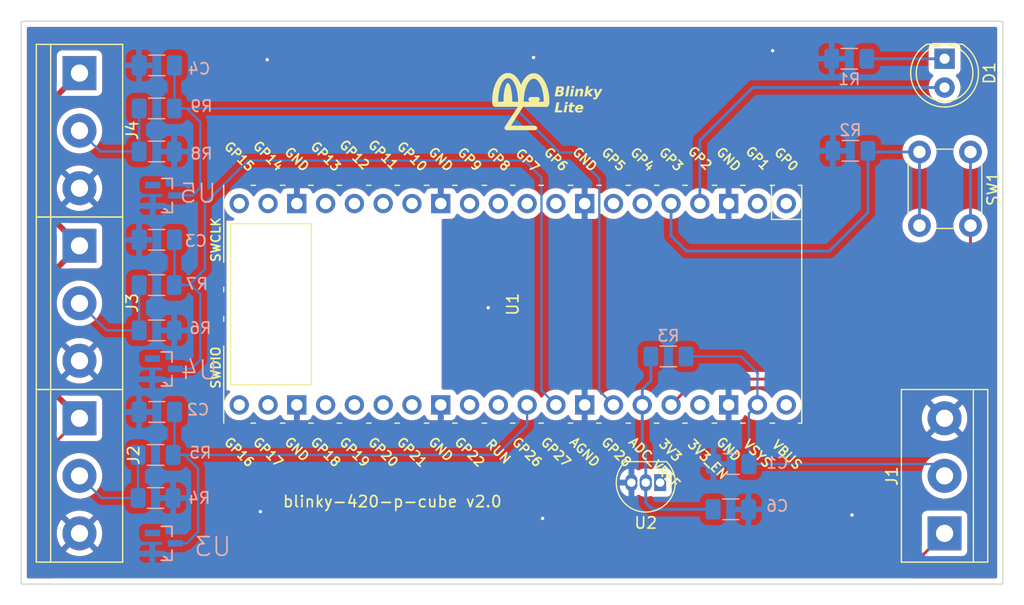
<source format=kicad_pcb>
(kicad_pcb (version 20221018) (generator pcbnew)
  (layers (0 "F.Cu" signal) (31 "B.Cu" signal) (34 "B.Paste" user) (35 "F.Paste" user) (36 "B.SilkS" user "B.Silkscreen") (37 "F.SilkS" user "F.Silkscreen") (38 "B.Mask" user) (39 "F.Mask" user) (44 "Edge.Cuts" user))
  (net 0 "")
  (net 1 "Net-(J1-Pin_2)")
  (net 2 "GND")
  (net 3 "/P31")
  (net 4 "/P32")
  (net 5 "/P34")
  (net 6 "Net-(U1-ADC_VREF)")
  (net 7 "Net-(D1-K)")
  (net 8 "Net-(D1-A)")
  (net 9 "/Vext")
  (net 10 "Net-(J2-Pin_2)")
  (net 11 "Net-(J3-Pin_2)")
  (net 12 "Net-(J4-Pin_2)")
  (net 13 "Net-(U1-GPIO3)")
  (net 14 "Net-(U1-3V3)")
  (footprint "Button_Switch_THT:SW_PUSH_6mm" (layer "F.Cu") (at 184.15 61.445 -90)
    (fp_text reference "SW1" (at 3.25 -2 90) (layer "F.SilkS"))
    (fp_text value "SW_Push")
    (pad "1" thru_hole circle (at 0 0) (size 2 2) (drill 1.1) (layers "*.Cu" "*.Mask") (net 14 "Net-(U1-3V3)"))
    (pad "1" thru_hole circle (at 6.5 0) (size 2 2) (drill 1.1) (layers "*.Cu" "*.Mask") (net 14 "Net-(U1-3V3)"))
    (pad "2" thru_hole circle (at 0 4.5) (size 2 2) (drill 1.1) (layers "*.Cu" "*.Mask") (net 13 "Net-(U1-GPIO3)"))
    (pad "2" thru_hole circle (at 6.5 4.5) (size 2 2) (drill 1.1) (layers "*.Cu" "*.Mask") (net 13 "Net-(U1-GPIO3)"))
  )
  (footprint "TerminalBlock:TerminalBlock_bornier-3_P5.08mm" (layer "F.Cu") (at 105.537 69.723 -90)
    (fp_text reference "J3" (at 5.05 -4.65 90) (layer "F.SilkS"))
    (fp_text value "Screw_Terminal_01x03")
    (pad "1" thru_hole rect (at 0 0 270) (size 3 3) (drill 1.52) (layers "*.Cu" "*.Mask") (net 9 "/Vext"))
    (pad "2" thru_hole circle (at 5.08 0 270) (size 3 3) (drill 1.52) (layers "*.Cu" "*.Mask") (net 11 "Net-(J3-Pin_2)"))
    (pad "3" thru_hole circle (at 10.16 0 270) (size 3 3) (drill 1.52) (layers "*.Cu" "*.Mask") (net 2 "GND"))
  )
  (footprint "LED_THT:LED_D5.0mm" (layer "F.Cu") (at 181.864 53.213 -90)
    (fp_text reference "D1" (at 1.27 -3.96 90) (layer "F.SilkS"))
    (fp_text value "LED")
    (pad "1" thru_hole rect (at 0 0 270) (size 1.8 1.8) (drill 0.9) (layers "*.Cu" "*.Mask") (net 7 "Net-(D1-K)"))
    (pad "2" thru_hole circle (at 2.54 0 270) (size 1.8 1.8) (drill 0.9) (layers "*.Cu" "*.Mask") (net 8 "Net-(D1-A)"))
  )
  (footprint "MCU_RaspberryPi_and_Boards:RPi_Pico_SMD_TH" (layer "F.Cu") (at 143.764 74.89 -90)
    (fp_text reference "U1" (at 0 0 90) (layer "F.SilkS"))
    (fp_text value "Pico")
    (fp_text user "GP26" (at 13.054 -1.27 135) (layer "F.SilkS") (effects (font (size 0.8 0.8))))
    (fp_text user "GP15" (at -13.054 24.13 135) (layer "F.SilkS") (effects (font (size 0.8 0.8))))
    (fp_text user "GP1" (at -12.9 -21.6 135) (layer "F.SilkS") (effects (font (size 0.8 0.8))))
    (fp_text user "GP28" (at 13.054 -9.144 135) (layer "F.SilkS") (effects (font (size 0.8 0.8))))
    (fp_text user "GND" (at -12.8 -19.05 135) (layer "F.SilkS") (effects (font (size 0.8 0.8))))
    (fp_text user "GP20" (at 13.054 11.43 135) (layer "F.SilkS") (effects (font (size 0.8 0.8))))
    (fp_text user "GP27" (at 13.054 -3.8 135) (layer "F.SilkS") (effects (font (size 0.8 0.8))))
    (fp_text user "SWCLK" (at -5.7 26.2 90) (layer "F.SilkS") (effects (font (size 0.8 0.8))))
    (fp_text user "GND" (at 12.8 6.35 135) (layer "F.SilkS") (effects (font (size 0.8 0.8))))
    (fp_text user "GP21" (at 13.054 8.9 135) (layer "F.SilkS") (effects (font (size 0.8 0.8))))
    (fp_text user "AGND" (at 13.054 -6.35 135) (layer "F.SilkS") (effects (font (size 0.8 0.8))))
    (fp_text user "GP19" (at 13.054 13.97 135) (layer "F.SilkS") (effects (font (size 0.8 0.8))))
    (fp_text user "GP5" (at -12.8 -8.89 135) (layer "F.SilkS") (effects (font (size 0.8 0.8))))
    (fp_text user "GP6" (at -12.8 -3.81 135) (layer "F.SilkS") (effects (font (size 0.8 0.8))))
    (fp_text user "GP12" (at -13.2 13.97 135) (layer "F.SilkS") (effects (font (size 0.8 0.8))))
    (fp_text user "GP14" (at -13.1 21.59 135) (layer "F.SilkS") (effects (font (size 0.8 0.8))))
    (fp_text user "GND" (at 12.8 -19.05 135) (layer "F.SilkS") (effects (font (size 0.8 0.8))))
    (fp_text user "GND" (at 12.8 19.05 135) (layer "F.SilkS") (effects (font (size 0.8 0.8))))
    (fp_text user "GP4" (at -12.8 -11.43 135) (layer "F.SilkS") (effects (font (size 0.8 0.8))))
    (fp_text user "GP2" (at -12.9 -16.51 135) (layer "F.SilkS") (effects (font (size 0.8 0.8))))
    (fp_text user "GP0" (at -12.8 -24.13 135) (layer "F.SilkS") (effects (font (size 0.8 0.8))))
    (fp_text user "GP13" (at -13.054 16.51 135) (layer "F.SilkS") (effects (font (size 0.8 0.8))))
    (fp_text user "GP11" (at -13.2 11.43 135) (layer "F.SilkS") (effects (font (size 0.8 0.8))))
    (fp_text user "3V3" (at 12.9 -13.9 135) (layer "F.SilkS") (effects (font (size 0.8 0.8))))
    (fp_text user "GP9" (at -12.8 3.81 135) (layer "F.SilkS") (effects (font (size 0.8 0.8))))
    (fp_text user "GP8" (at -12.8 1.27 135) (layer "F.SilkS") (effects (font (size 0.8 0.8))))
    (fp_text user "3V3_EN" (at 13.7 -17.2 135) (layer "F.SilkS") (effects (font (size 0.8 0.8))))
    (fp_text user "GP22" (at 13.054 3.81 135) (layer "F.SilkS") (effects (font (size 0.8 0.8))))
    (fp_text user "GND" (at -12.8 6.35 135) (layer "F.SilkS") (effects (font (size 0.8 0.8))))
    (fp_text user "GND" (at -12.8 -6.35 135) (layer "F.SilkS") (effects (font (size 0.8 0.8))))
    (fp_text user "GP10" (at -13.054 8.89 135) (layer "F.SilkS") (effects (font (size 0.8 0.8))))
    (fp_text user "GP17" (at 13.054 21.59 135) (layer "F.SilkS") (effects (font (size 0.8 0.8))))
    (fp_text user "VSYS" (at 13.2 -21.59 135) (layer "F.SilkS") (effects (font (size 0.8 0.8))))
    (fp_text user "GP16" (at 13.054 24.13 135) (layer "F.SilkS") (effects (font (size 0.8 0.8))))
    (fp_text user "GND" (at -12.8 19.05 135) (layer "F.SilkS") (effects (font (size 0.8 0.8))))
    (fp_text user "RUN" (at 13 1.27 135) (layer "F.SilkS") (effects (font (size 0.8 0.8))))
    (fp_text user "ADC_VREF" (at 14 -12.5 135) (layer "F.SilkS") (effects (font (size 0.8 0.8))))
    (fp_text user "GP3" (at -12.8 -13.97 135) (layer "F.SilkS") (effects (font (size 0.8 0.8))))
    (fp_text user "SWDIO" (at 5.6 26.2 90) (layer "F.SilkS") (effects (font (size 0.8 0.8))))
    (fp_text user "VBUS" (at 13.3 -24.2 135) (layer "F.SilkS") (effects (font (size 0.8 0.8))))
    (fp_text user "GP7" (at -12.7 -1.3 135) (layer "F.SilkS") (effects (font (size 0.8 0.8))))
    (fp_text user "GP18" (at 13.054 16.51 135) (layer "F.SilkS") (effects (font (size 0.8 0.8))))
    (pad "1" thru_hole oval (at -8.89 -24.13 270) (size 1.7 1.7) (drill 1.02) (layers "*.Cu" "*.Mask"))
    (pad "2" thru_hole oval (at -8.89 -21.59 270) (size 1.7 1.7) (drill 1.02) (layers "*.Cu" "*.Mask"))
    (pad "3" thru_hole rect (at -8.89 -19.05 270) (size 1.7 1.7) (drill 1.02) (layers "*.Cu" "*.Mask") (net 2 "GND"))
    (pad "4" thru_hole oval (at -8.89 -16.51 270) (size 1.7 1.7) (drill 1.02) (layers "*.Cu" "*.Mask") (net 8 "Net-(D1-A)"))
    (pad "5" thru_hole oval (at -8.89 -13.97 270) (size 1.7 1.7) (drill 1.02) (layers "*.Cu" "*.Mask") (net 13 "Net-(U1-GPIO3)"))
    (pad "6" thru_hole oval (at -8.89 -11.43 270) (size 1.7 1.7) (drill 1.02) (layers "*.Cu" "*.Mask"))
    (pad "7" thru_hole oval (at -8.89 -8.89 270) (size 1.7 1.7) (drill 1.02) (layers "*.Cu" "*.Mask"))
    (pad "8" thru_hole rect (at -8.89 -6.35 270) (size 1.7 1.7) (drill 1.02) (layers "*.Cu" "*.Mask") (net 2 "GND"))
    (pad "9" thru_hole oval (at -8.89 -3.81 270) (size 1.7 1.7) (drill 1.02) (layers "*.Cu" "*.Mask"))
    (pad "10" thru_hole oval (at -8.89 -1.27 270) (size 1.7 1.7) (drill 1.02) (layers "*.Cu" "*.Mask"))
    (pad "11" thru_hole oval (at -8.89 1.27 270) (size 1.7 1.7) (drill 1.02) (layers "*.Cu" "*.Mask"))
    (pad "12" thru_hole oval (at -8.89 3.81 270) (size 1.7 1.7) (drill 1.02) (layers "*.Cu" "*.Mask"))
    (pad "13" thru_hole rect (at -8.89 6.35 270) (size 1.7 1.7) (drill 1.02) (layers "*.Cu" "*.Mask") (net 2 "GND"))
    (pad "14" thru_hole oval (at -8.89 8.89 270) (size 1.7 1.7) (drill 1.02) (layers "*.Cu" "*.Mask"))
    (pad "15" thru_hole oval (at -8.89 11.43 270) (size 1.7 1.7) (drill 1.02) (layers "*.Cu" "*.Mask"))
    (pad "16" thru_hole oval (at -8.89 13.97 270) (size 1.7 1.7) (drill 1.02) (layers "*.Cu" "*.Mask"))
    (pad "17" thru_hole oval (at -8.89 16.51 270) (size 1.7 1.7) (drill 1.02) (layers "*.Cu" "*.Mask"))
    (pad "18" thru_hole rect (at -8.89 19.05 270) (size 1.7 1.7) (drill 1.02) (layers "*.Cu" "*.Mask") (net 2 "GND"))
    (pad "19" thru_hole oval (at -8.89 21.59 270) (size 1.7 1.7) (drill 1.02) (layers "*.Cu" "*.Mask"))
    (pad "20" thru_hole oval (at -8.89 24.13 270) (size 1.7 1.7) (drill 1.02) (layers "*.Cu" "*.Mask"))
    (pad "21" thru_hole oval (at 8.89 24.13 270) (size 1.7 1.7) (drill 1.02) (layers "*.Cu" "*.Mask"))
    (pad "22" thru_hole oval (at 8.89 21.59 270) (size 1.7 1.7) (drill 1.02) (layers "*.Cu" "*.Mask"))
    (pad "23" thru_hole rect (at 8.89 19.05 270) (size 1.7 1.7) (drill 1.02) (layers "*.Cu" "*.Mask") (net 2 "GND"))
    (pad "24" thru_hole oval (at 8.89 16.51 270) (size 1.7 1.7) (drill 1.02) (layers "*.Cu" "*.Mask"))
    (pad "25" thru_hole oval (at 8.89 13.97 270) (size 1.7 1.7) (drill 1.02) (layers "*.Cu" "*.Mask"))
    (pad "26" thru_hole oval (at 8.89 11.43 270) (size 1.7 1.7) (drill 1.02) (layers "*.Cu" "*.Mask"))
    (pad "27" thru_hole oval (at 8.89 8.89 270) (size 1.7 1.7) (drill 1.02) (layers "*.Cu" "*.Mask"))
    (pad "28" thru_hole rect (at 8.89 6.35 270) (size 1.7 1.7) (drill 1.02) (layers "*.Cu" "*.Mask") (net 2 "GND"))
    (pad "29" thru_hole oval (at 8.89 3.81 270) (size 1.7 1.7) (drill 1.02) (layers "*.Cu" "*.Mask"))
    (pad "30" thru_hole oval (at 8.89 1.27 270) (size 1.7 1.7) (drill 1.02) (layers "*.Cu" "*.Mask"))
    (pad "31" thru_hole oval (at 8.89 -1.27 270) (size 1.7 1.7) (drill 1.02) (layers "*.Cu" "*.Mask") (net 3 "/P31"))
    (pad "32" thru_hole oval (at 8.89 -3.81 270) (size 1.7 1.7) (drill 1.02) (layers "*.Cu" "*.Mask") (net 4 "/P32"))
    (pad "33" thru_hole rect (at 8.89 -6.35 270) (size 1.7 1.7) (drill 1.02) (layers "*.Cu" "*.Mask") (net 2 "GND"))
    (pad "34" thru_hole oval (at 8.89 -8.89 270) (size 1.7 1.7) (drill 1.02) (layers "*.Cu" "*.Mask") (net 5 "/P34"))
    (pad "35" thru_hole oval (at 8.89 -11.43 270) (size 1.7 1.7) (drill 1.02) (layers "*.Cu" "*.Mask") (net 6 "Net-(U1-ADC_VREF)"))
    (pad "36" thru_hole oval (at 8.89 -13.97 270) (size 1.7 1.7) (drill 1.02) (layers "*.Cu" "*.Mask") (net 14 "Net-(U1-3V3)"))
    (pad "37" thru_hole oval (at 8.89 -16.51 270) (size 1.7 1.7) (drill 1.02) (layers "*.Cu" "*.Mask"))
    (pad "38" thru_hole rect (at 8.89 -19.05 270) (size 1.7 1.7) (drill 1.02) (layers "*.Cu" "*.Mask") (net 2 "GND"))
    (pad "39" thru_hole oval (at 8.89 -21.59 270) (size 1.7 1.7) (drill 1.02) (layers "*.Cu" "*.Mask") (net 1 "Net-(J1-Pin_2)"))
    (pad "40" thru_hole oval (at 8.89 -24.13 270) (size 1.7 1.7) (drill 1.02) (layers "*.Cu" "*.Mask"))
  )
  (footprint "Package_TO_SOT_THT:TO-92_Inline" (layer "F.Cu") (at 156.77 90.64 180)
    (fp_text reference "U2" (at 1.27 -3.56) (layer "F.SilkS"))
    (fp_text value "LM4040LP-3")
    (pad "1" thru_hole rect (at 0 0 180) (size 1.05 1.5) (drill 0.75) (layers "*.Cu" "*.Mask"))
    (pad "2" thru_hole oval (at 1.27 0 180) (size 1.05 1.5) (drill 0.75) (layers "*.Cu" "*.Mask") (net 6 "Net-(U1-ADC_VREF)"))
    (pad "3" thru_hole oval (at 2.54 0 180) (size 1.05 1.5) (drill 0.75) (layers "*.Cu" "*.Mask") (net 2 "GND"))
  )
  (footprint "TerminalBlock:TerminalBlock_bornier-3_P5.08mm" (layer "F.Cu") (at 105.537 54.483 -90)
    (fp_text reference "J4" (at 5.05 -4.65 90) (layer "F.SilkS"))
    (fp_text value "Screw_Terminal_01x03")
    (pad "1" thru_hole rect (at 0 0 270) (size 3 3) (drill 1.52) (layers "*.Cu" "*.Mask") (net 9 "/Vext"))
    (pad "2" thru_hole circle (at 5.08 0 270) (size 3 3) (drill 1.52) (layers "*.Cu" "*.Mask") (net 12 "Net-(J4-Pin_2)"))
    (pad "3" thru_hole circle (at 10.16 0 270) (size 3 3) (drill 1.52) (layers "*.Cu" "*.Mask") (net 2 "GND"))
  )
  (footprint "TerminalBlock:TerminalBlock_bornier-3_P5.08mm" (layer "F.Cu") (at 105.537 84.963 -90)
    (fp_text reference "J2" (at 3.25 -4.775 90) (layer "F.SilkS"))
    (fp_text value "Screw_Terminal_01x03")
    (pad "1" thru_hole rect (at 0 0 270) (size 3 3) (drill 1.52) (layers "*.Cu" "*.Mask") (net 9 "/Vext"))
    (pad "2" thru_hole circle (at 5.08 0 270) (size 3 3) (drill 1.52) (layers "*.Cu" "*.Mask") (net 10 "Net-(J2-Pin_2)"))
    (pad "3" thru_hole circle (at 10.16 0 270) (size 3 3) (drill 1.52) (layers "*.Cu" "*.Mask") (net 2 "GND"))
  )
  (footprint "blinkyLiteLogo:blinkyLiteLogo" (layer "F.Cu") (at 147 57)
    (fp_text reference "G***" hide)
    (fp_text value "LOGO" hide)
  )
  (footprint "TerminalBlock:TerminalBlock_bornier-3_P5.08mm" (layer "F.Cu") (at 181.864 95.123 90)
    (fp_text reference "J1" (at 5.05 -4.65 90) (layer "F.SilkS"))
    (fp_text value "Screw_Terminal_01x03")
    (pad "1" thru_hole rect (at 0 0 90) (size 3 3) (drill 1.52) (layers "*.Cu" "*.Mask") (net 9 "/Vext"))
    (pad "2" thru_hole circle (at 5.08 0 90) (size 3 3) (drill 1.52) (layers "*.Cu" "*.Mask") (net 1 "Net-(J1-Pin_2)"))
    (pad "3" thru_hole circle (at 10.16 0 90) (size 3 3) (drill 1.52) (layers "*.Cu" "*.Mask") (net 2 "GND"))
  )
  (footprint "Resistor_SMD:R_1206_3216Metric_Pad1.30x1.75mm_HandSolder" (layer "B.Cu") (at 173.456 53.213)
    (fp_text reference "R1" (at 0 1.82) (layer "B.SilkS") (effects (justify mirror)))
    (fp_text value "220")
    (pad "1" smd roundrect (at -1.55 0) (size 1.3 1.75) (layers "B.Cu" "B.Paste" "B.Mask") (roundrect_rratio 0.192308) (net 2 "GND"))
    (pad "2" smd roundrect (at 1.55 0) (size 1.3 1.75) (layers "B.Cu" "B.Paste" "B.Mask") (roundrect_rratio 0.192308) (net 7 "Net-(D1-K)"))
  )
  (footprint "Resistor_SMD:R_1206_3216Metric_Pad1.30x1.75mm_HandSolder" (layer "B.Cu") (at 112.25 92 180)
    (fp_text reference "R4" (at -3.85 0) (layer "B.SilkS") (effects (justify mirror)))
    (fp_text value "100")
    (pad "1" smd roundrect (at -1.55 0 180) (size 1.3 1.75) (layers "B.Cu" "B.Paste" "B.Mask") (roundrect_rratio 0.192308) (net 2 "GND"))
    (pad "2" smd roundrect (at 1.55 0 180) (size 1.3 1.75) (layers "B.Cu" "B.Paste" "B.Mask") (roundrect_rratio 0.192308) (net 10 "Net-(J2-Pin_2)"))
  )
  (footprint "Resistor_SMD:R_1206_3216Metric_Pad1.30x1.75mm_HandSolder" (layer "B.Cu") (at 112.35 73.2 180)
    (fp_text reference "R7" (at -3.55 0.1) (layer "B.SilkS") (effects (justify mirror)))
    (fp_text value "100")
    (pad "1" smd roundrect (at -1.55 0 180) (size 1.3 1.75) (layers "B.Cu" "B.Paste" "B.Mask") (roundrect_rratio 0.192308) (net 4 "/P32"))
    (pad "2" smd roundrect (at 1.55 0 180) (size 1.3 1.75) (layers "B.Cu" "B.Paste" "B.Mask") (roundrect_rratio 0.192308) (net 11 "Net-(J3-Pin_2)"))
  )
  (footprint "Capacitor_SMD:C_1206_3216Metric_Pad1.33x1.80mm_HandSolder" (layer "B.Cu") (at 163 93)
    (fp_text reference "C6" (at 4.1 -0.3) (layer "B.SilkS") (effects (justify mirror)))
    (fp_text value "1uF")
    (pad "1" smd roundrect (at -1.5625 0) (size 1.325 1.8) (layers "B.Cu" "B.Paste" "B.Mask") (roundrect_rratio 0.188679) (net 6 "Net-(U1-ADC_VREF)"))
    (pad "2" smd roundrect (at 1.5625 0) (size 1.325 1.8) (layers "B.Cu" "B.Paste" "B.Mask") (roundrect_rratio 0.188679) (net 2 "GND"))
  )
  (footprint "Resistor_SMD:R_1206_3216Metric_Pad1.30x1.75mm_HandSolder" (layer "B.Cu") (at 112.25 88.2 180)
    (fp_text reference "R5" (at -3.95 0.2) (layer "B.SilkS") (effects (justify mirror)))
    (fp_text value "100")
    (pad "1" smd roundrect (at -1.55 0 180) (size 1.3 1.75) (layers "B.Cu" "B.Paste" "B.Mask") (roundrect_rratio 0.192308) (net 3 "/P31"))
    (pad "2" smd roundrect (at 1.55 0 180) (size 1.3 1.75) (layers "B.Cu" "B.Paste" "B.Mask") (roundrect_rratio 0.192308) (net 10 "Net-(J2-Pin_2)"))
  )
  (footprint "Capacitor_SMD:C_1206_3216Metric_Pad1.33x1.80mm_HandSolder" (layer "B.Cu") (at 112.3625 53.8 180)
    (fp_text reference "C4" (at -3.7375 -0.3) (layer "B.SilkS") (effects (justify mirror)))
    (fp_text value "1uF")
    (pad "1" smd roundrect (at -1.5625 0 180) (size 1.325 1.8) (layers "B.Cu" "B.Paste" "B.Mask") (roundrect_rratio 0.188679) (net 5 "/P34"))
    (pad "2" smd roundrect (at 1.5625 0 180) (size 1.325 1.8) (layers "B.Cu" "B.Paste" "B.Mask") (roundrect_rratio 0.188679) (net 2 "GND"))
  )
  (footprint "Capacitor_SMD:C_1206_3216Metric_Pad1.33x1.80mm_HandSolder" (layer "B.Cu") (at 112.3625 84.4 180)
    (fp_text reference "C2" (at -3.6375 0.2) (layer "B.SilkS") (effects (justify mirror)))
    (fp_text value "1uF")
    (pad "1" smd roundrect (at -1.5625 0 180) (size 1.325 1.8) (layers "B.Cu" "B.Paste" "B.Mask") (roundrect_rratio 0.188679) (net 3 "/P31"))
    (pad "2" smd roundrect (at 1.5625 0 180) (size 1.325 1.8) (layers "B.Cu" "B.Paste" "B.Mask") (roundrect_rratio 0.188679) (net 2 "GND"))
  )
  (footprint "Resistor_SMD:R_1206_3216Metric_Pad1.30x1.75mm_HandSolder" (layer "B.Cu") (at 112.35 77.2 180)
    (fp_text reference "R6" (at -3.85 0.2) (layer "B.SilkS") (effects (justify mirror)))
    (fp_text value "100")
    (pad "1" smd roundrect (at -1.55 0 180) (size 1.3 1.75) (layers "B.Cu" "B.Paste" "B.Mask") (roundrect_rratio 0.192308) (net 2 "GND"))
    (pad "2" smd roundrect (at 1.55 0 180) (size 1.3 1.75) (layers "B.Cu" "B.Paste" "B.Mask") (roundrect_rratio 0.192308) (net 11 "Net-(J3-Pin_2)"))
  )
  (footprint "BZX84C3V3:SOT91P240X110-3N" (layer "B.Cu") (at 112.984 80.6)
    (fp_text reference "U4" (at 3.116 0.1) (layer "B.SilkS") (effects (font (size 1.64152 1.64152)) (justify mirror)))
    (fp_text value "BZX84C3V3")
    (pad "1" smd rect (at -1.016 0.9144) (size 1.3208 0.5588) (layers "B.Cu" "B.Paste" "B.Mask") (net 2 "GND"))
    (pad "2" smd rect (at -1.016 -0.9144) (size 1.3208 0.5588) (layers "B.Cu" "B.Paste" "B.Mask"))
    (pad "3" smd rect (at 1.016 0) (size 1.3208 0.5588) (layers "B.Cu" "B.Paste" "B.Mask") (net 4 "/P32"))
  )
  (footprint "Capacitor_SMD:C_1206_3216Metric_Pad1.33x1.80mm_HandSolder" (layer "B.Cu") (at 163.0375 89 180)
    (fp_text reference "C1" (at -4.0625 0.1) (layer "B.SilkS") (effects (justify mirror)))
    (fp_text value "1uF")
    (pad "1" smd roundrect (at -1.5625 0 180) (size 1.325 1.8) (layers "B.Cu" "B.Paste" "B.Mask") (roundrect_rratio 0.188679) (net 1 "Net-(J1-Pin_2)"))
    (pad "2" smd roundrect (at 1.5625 0 180) (size 1.325 1.8) (layers "B.Cu" "B.Paste" "B.Mask") (roundrect_rratio 0.188679) (net 2 "GND"))
  )
  (footprint "Capacitor_SMD:C_1206_3216Metric_Pad1.33x1.80mm_HandSolder" (layer "B.Cu") (at 112.3625 69.2 180)
    (fp_text reference "C3" (at -3.4375 -0.1) (layer "B.SilkS") (effects (justify mirror)))
    (fp_text value "1uF")
    (pad "1" smd roundrect (at -1.5625 0 180) (size 1.325 1.8) (layers "B.Cu" "B.Paste" "B.Mask") (roundrect_rratio 0.188679) (net 4 "/P32"))
    (pad "2" smd roundrect (at 1.5625 0 180) (size 1.325 1.8) (layers "B.Cu" "B.Paste" "B.Mask") (roundrect_rratio 0.188679) (net 2 "GND"))
  )
  (footprint "Resistor_SMD:R_1206_3216Metric_Pad1.30x1.75mm_HandSolder" (layer "B.Cu") (at 157.5 79.5 180)
    (fp_text reference "R3" (at 0 1.82) (layer "B.SilkS") (effects (justify mirror)))
    (fp_text value "220")
    (pad "1" smd roundrect (at -1.55 0 180) (size 1.3 1.75) (layers "B.Cu" "B.Paste" "B.Mask") (roundrect_rratio 0.192308) (net 1 "Net-(J1-Pin_2)"))
    (pad "2" smd roundrect (at 1.55 0 180) (size 1.3 1.75) (layers "B.Cu" "B.Paste" "B.Mask") (roundrect_rratio 0.192308) (net 6 "Net-(U1-ADC_VREF)"))
  )
  (footprint "BZX84C3V3:SOT91P240X110-3N" (layer "B.Cu") (at 113.016 65.2856)
    (fp_text reference "U5" (at 2.984 -0.1856) (layer "B.SilkS") (effects (font (size 1.64152 1.64152)) (justify mirror)))
    (fp_text value "BZX84C3V3")
    (pad "1" smd rect (at -1.016 0.9144) (size 1.3208 0.5588) (layers "B.Cu" "B.Paste" "B.Mask") (net 2 "GND"))
    (pad "2" smd rect (at -1.016 -0.9144) (size 1.3208 0.5588) (layers "B.Cu" "B.Paste" "B.Mask"))
    (pad "3" smd rect (at 1.016 0) (size 1.3208 0.5588) (layers "B.Cu" "B.Paste" "B.Mask") (net 5 "/P34"))
  )
  (footprint "Resistor_SMD:R_1206_3216Metric_Pad1.30x1.75mm_HandSolder" (layer "B.Cu") (at 112.35 57.6 180)
    (fp_text reference "R9" (at -3.95 0.2) (layer "B.SilkS") (effects (justify mirror)))
    (fp_text value "100")
    (pad "1" smd roundrect (at -1.55 0 180) (size 1.3 1.75) (layers "B.Cu" "B.Paste" "B.Mask") (roundrect_rratio 0.192308) (net 5 "/P34"))
    (pad "2" smd roundrect (at 1.55 0 180) (size 1.3 1.75) (layers "B.Cu" "B.Paste" "B.Mask") (roundrect_rratio 0.192308) (net 12 "Net-(J4-Pin_2)"))
  )
  (footprint "BZX84C3V3:SOT91P240X110-3N" (layer "B.Cu") (at 112.984 96)
    (fp_text reference "U3" (at 4.316 0.3) (layer "B.SilkS") (effects (font (size 1.64152 1.64152)) (justify mirror)))
    (fp_text value "BZX84C3V3")
    (pad "1" smd rect (at -1.016 0.9144) (size 1.3208 0.5588) (layers "B.Cu" "B.Paste" "B.Mask") (net 2 "GND"))
    (pad "2" smd rect (at -1.016 -0.9144) (size 1.3208 0.5588) (layers "B.Cu" "B.Paste" "B.Mask"))
    (pad "3" smd rect (at 1.016 0) (size 1.3208 0.5588) (layers "B.Cu" "B.Paste" "B.Mask") (net 3 "/P31"))
  )
  (footprint "Resistor_SMD:R_1206_3216Metric_Pad1.30x1.75mm_HandSolder" (layer "B.Cu") (at 112.35 61.4 180)
    (fp_text reference "R8" (at -3.95 -0.2) (layer "B.SilkS") (effects (justify mirror)))
    (fp_text value "100")
    (pad "1" smd roundrect (at -1.55 0 180) (size 1.3 1.75) (layers "B.Cu" "B.Paste" "B.Mask") (roundrect_rratio 0.192308) (net 2 "GND"))
    (pad "2" smd roundrect (at 1.55 0 180) (size 1.3 1.75) (layers "B.Cu" "B.Paste" "B.Mask") (roundrect_rratio 0.192308) (net 12 "Net-(J4-Pin_2)"))
  )
  (footprint "Resistor_SMD:R_1206_3216Metric_Pad1.30x1.75mm_HandSolder" (layer "B.Cu") (at 173.556 61.341 180)
    (fp_text reference "R2" (at 0 1.82) (layer "B.SilkS") (effects (justify mirror)))
    (fp_text value "10k")
    (pad "1" smd roundrect (at -1.55 0 180) (size 1.3 1.75) (layers "B.Cu" "B.Paste" "B.Mask") (roundrect_rratio 0.192308) (net 13 "Net-(U1-GPIO3)"))
    (pad "2" smd roundrect (at 1.55 0 180) (size 1.3 1.75) (layers "B.Cu" "B.Paste" "B.Mask") (roundrect_rratio 0.192308) (net 2 "GND"))
  )
  (gr_rect (start 100.4 49.9) (end 187 99.6) (stroke (width 0.1)) (fill none) (layer "Edge.Cuts"))
  (gr_text "blinky-420-p-cube v2.0" (at 123.4 92.9) (layer "F.SilkS") (effects (font (size 1 1)) (justify left bottom)))
  (segment (start 164.6 84.534) (end 165.354 83.78) (width 0.2) (layer "B.Cu") (net 1))
  (segment (start 180.821 89) (end 181.864 90.043) (width 0.2) (layer "B.Cu") (net 1))
  (segment (start 165.354 81.046) (end 165.354 83.78) (width 0.2) (layer "B.Cu") (net 1))
  (segment (start 164.6 89) (end 164.6 84.534) (width 0.2) (layer "B.Cu") (net 1))
  (segment (start 165.4 81) (end 165.354 81.046) (width 0.2) (layer "B.Cu") (net 1))
  (segment (start 163.9 79.5) (end 165.4 81) (width 0.2) (layer "B.Cu") (net 1))
  (segment (start 159.05 79.5) (end 163.9 79.5) (width 0.2) (layer "B.Cu") (net 1))
  (segment (start 164.6 89) (end 180.821 89) (width 0.2) (layer "B.Cu") (net 1))
  (via (at 141.6 75.2) (size 0.6) (drill 0.3) (layers "F.Cu" "B.Cu") (net 2))
  (via (at 146.4 93.8) (size 0.6) (drill 0.3) (layers "F.Cu" "B.Cu") (net 2))
  (via (at 122.1 53.3) (size 0.6) (drill 0.3) (layers "F.Cu" "B.Cu") (net 2))
  (via (at 145.6 53.1) (size 0.6) (drill 0.3) (layers "F.Cu" "B.Cu") (net 2))
  (via (at 166.7 52.5) (size 0.6) (drill 0.3) (layers "F.Cu" "B.Cu") (net 2))
  (via (at 121.5 93.2) (size 0.6) (drill 0.3) (layers "F.Cu" "B.Cu") (net 2))
  (via (at 173.7 93.5) (size 0.6) (drill 0.3) (layers "F.Cu" "B.Cu") (net 2))
  (segment (start 106.023 95.123) (end 105.537 95.123) (width 0.25) (layer "B.Cu") (net 2))
  (segment (start 114 96) (end 115 96) (width 0.2) (layer "B.Cu") (net 3))
  (segment (start 113.8 88.2) (end 142.4 88.2) (width 0.2) (layer "B.Cu") (net 3))
  (segment (start 114.8 88.2) (end 113.8 88.2) (width 0.2) (layer "B.Cu") (net 3))
  (segment (start 113.925 84.4) (end 113.925 88.075) (width 0.2) (layer "B.Cu") (net 3))
  (segment (start 113.925 88.075) (end 113.8 88.2) (width 0.2) (layer "B.Cu") (net 3))
  (segment (start 115 96) (end 116 95) (width 0.2) (layer "B.Cu") (net 3))
  (segment (start 116 95) (end 116 89.4) (width 0.2) (layer "B.Cu") (net 3))
  (segment (start 142.4 88.2) (end 145.034 85.566) (width 0.2) (layer "B.Cu") (net 3))
  (segment (start 116 89.4) (end 114.8 88.2) (width 0.2) (layer "B.Cu") (net 3))
  (segment (start 145.034 85.566) (end 145.034 83.78) (width 0.2) (layer "B.Cu") (net 3))
  (segment (start 113.925 69.2) (end 113.925 73.175) (width 0.2) (layer "B.Cu") (net 4))
  (segment (start 113.925 73.175) (end 113.9 73.2) (width 0.2) (layer "B.Cu") (net 4))
  (segment (start 146.3 82.506) (end 147.574 83.78) (width 0.2) (layer "B.Cu") (net 4))
  (segment (start 114 80.6) (end 115.4 80.6) (width 0.2) (layer "B.Cu") (net 4))
  (segment (start 144.8 62.2) (end 146.3 63.7) (width 0.2) (layer "B.Cu") (net 4))
  (segment (start 115.4 73.2) (end 113.9 73.2) (width 0.2) (layer "B.Cu") (net 4))
  (segment (start 115.4 80.6) (end 116.2 79.8) (width 0.2) (layer "B.Cu") (net 4))
  (segment (start 116.2 74) (end 115.4 73.2) (width 0.2) (layer "B.Cu") (net 4))
  (segment (start 115.2 73.2) (end 116.6 71.8) (width 0.2) (layer "B.Cu") (net 4))
  (segment (start 120.4 62.2) (end 144.8 62.2) (width 0.2) (layer "B.Cu") (net 4))
  (segment (start 113.9 73.2) (end 115.2 73.2) (width 0.2) (layer "B.Cu") (net 4))
  (segment (start 116.6 66) (end 120.4 62.2) (width 0.2) (layer "B.Cu") (net 4))
  (segment (start 116.6 71.8) (end 116.6 66) (width 0.2) (layer "B.Cu") (net 4))
  (segment (start 116.2 79.8) (end 116.2 74) (width 0.2) (layer "B.Cu") (net 4))
  (segment (start 146.3 63.7) (end 146.3 82.506) (width 0.2) (layer "B.Cu") (net 4))
  (segment (start 151.4 82.526) (end 152.654 83.78) (width 0.2) (layer "B.Cu") (net 5))
  (segment (start 113.925 53.8) (end 113.925 57.575) (width 0.2) (layer "B.Cu") (net 5))
  (segment (start 151.4 63.8) (end 151.4 82.526) (width 0.2) (layer "B.Cu") (net 5))
  (segment (start 147.914 61.5) (end 149.1 61.5) (width 0.2) (layer "B.Cu") (net 5))
  (segment (start 115.5144 65.2856) (end 116.2 64.6) (width 0.2) (layer "B.Cu") (net 5))
  (segment (start 113.925 57.575) (end 113.9 57.6) (width 0.2) (layer "B.Cu") (net 5))
  (segment (start 116.2 58.8) (end 115 57.6) (width 0.2) (layer "B.Cu") (net 5))
  (segment (start 144.014 57.6) (end 147.914 61.5) (width 0.2) (layer "B.Cu") (net 5))
  (segment (start 113.9 57.6) (end 144.014 57.6) (width 0.2) (layer "B.Cu") (net 5))
  (segment (start 149.1 61.5) (end 151.4 63.8) (width 0.2) (layer "B.Cu") (net 5))
  (segment (start 116.2 64.6) (end 116.2 58.8) (width 0.2) (layer "B.Cu") (net 5))
  (segment (start 115 57.6) (end 113.9 57.6) (width 0.2) (layer "B.Cu") (net 5))
  (segment (start 114.032 65.2856) (end 115.5144 65.2856) (width 0.2) (layer "B.Cu") (net 5))
  (segment (start 155.95 81.65) (end 155.194 82.406) (width 0.25) (layer "B.Cu") (net 6))
  (segment (start 155.95 79.5) (end 155.95 81.65) (width 0.25) (layer "B.Cu") (net 6))
  (segment (start 155.194 82.406) (end 155.194 83.78) (width 0.25) (layer "B.Cu") (net 6))
  (segment (start 155.5 87.5) (end 155.5 90.64) (width 0.25) (layer "B.Cu") (net 6))
  (segment (start 156.1 93) (end 155.5 92.4) (width 0.25) (layer "B.Cu") (net 6))
  (segment (start 155.5 92.4) (end 155.5 90.64) (width 0.25) (layer "B.Cu") (net 6))
  (segment (start 155.194 83.78) (end 155.194 87.194) (width 0.25) (layer "B.Cu") (net 6))
  (segment (start 161.4375 93) (end 156.1 93) (width 0.25) (layer "B.Cu") (net 6))
  (segment (start 155.194 87.194) (end 155.5 87.5) (width 0.25) (layer "B.Cu") (net 6))
  (segment (start 175.006 53.213) (end 181.864 53.213) (width 0.25) (layer "B.Cu") (net 7))
  (segment (start 181.864 55.753) (end 164.947 55.753) (width 0.25) (layer "B.Cu") (net 8))
  (segment (start 160.274 60.426) (end 160.274 66) (width 0.25) (layer "B.Cu") (net 8))
  (segment (start 164.947 55.753) (end 160.274 60.426) (width 0.25) (layer "B.Cu") (net 8))
  (segment (start 102.4 66.586) (end 105.537 69.723) (width 0.5) (layer "F.Cu") (net 9))
  (segment (start 102.2 88.3) (end 105.537 84.963) (width 0.25) (layer "F.Cu") (net 9))
  (segment (start 105.537 54.483) (end 102.4 57.62) (width 0.5) (layer "F.Cu") (net 9))
  (segment (start 102.4 81.826) (end 105.537 84.963) (width 0.5) (layer "F.Cu") (net 9))
  (segment (start 181.864 95.123) (end 178.587 98.4) (width 0.25) (layer "F.Cu") (net 9))
  (segment (start 181.423 95.123) (end 181.864 95.123) (width 0.25) (layer "F.Cu") (net 9))
  (segment (start 102.4 72.86) (end 102.4 81.826) (width 0.5) (layer "F.Cu") (net 9))
  (segment (start 105.537 69.723) (end 102.4 72.86) (width 0.5) (layer "F.Cu") (net 9))
  (segment (start 102.2 97) (end 102.2 88.3) (width 0.25) (layer "F.Cu") (net 9))
  (segment (start 103.6 98.4) (end 102.2 97) (width 0.25) (layer "F.Cu") (net 9))
  (segment (start 178.587 98.4) (end 103.6 98.4) (width 0.25) (layer "F.Cu") (net 9))
  (segment (start 102.4 57.62) (end 102.4 66.586) (width 0.5) (layer "F.Cu") (net 9))
  (segment (start 107.494 92) (end 105.537 90.043) (width 0.2) (layer "B.Cu") (net 10))
  (segment (start 110.7 92) (end 110.7 88.2) (width 0.2) (layer "B.Cu") (net 10))
  (segment (start 110.7 92) (end 107.494 92) (width 0.2) (layer "B.Cu") (net 10))
  (segment (start 110.8 77.2) (end 110.8 73.2) (width 0.2) (layer "B.Cu") (net 11))
  (segment (start 107.934 77.2) (end 105.537 74.803) (width 0.2) (layer "B.Cu") (net 11))
  (segment (start 110.8 77.2) (end 107.934 77.2) (width 0.2) (layer "B.Cu") (net 11))
  (segment (start 110.8 61.4) (end 107.374 61.4) (width 0.2) (layer "B.Cu") (net 12))
  (segment (start 110.8 61.4) (end 110.8 57.6) (width 0.2) (layer "B.Cu") (net 12))
  (segment (start 107.374 61.4) (end 105.537 59.563) (width 0.2) (layer "B.Cu") (net 12))
  (segment (start 175.106 61.341) (end 175.106 66.794) (width 0.25) (layer "B.Cu") (net 13))
  (segment (start 175.21 61.445) (end 179.65 61.445) (width 0.25) (layer "B.Cu") (net 13))
  (segment (start 159.1 70.2) (end 157.734 68.834) (width 0.25) (layer "B.Cu") (net 13))
  (segment (start 179.65 61.445) (end 179.65 67.945) (width 0.25) (layer "B.Cu") (net 13))
  (segment (start 157.734 68.834) (end 157.734 66) (width 0.25) (layer "B.Cu") (net 13))
  (segment (start 171.7 70.2) (end 159.1 70.2) (width 0.25) (layer "B.Cu") (net 13))
  (segment (start 175.106 61.341) (end 175.21 61.445) (width 0.25) (layer "B.Cu") (net 13))
  (segment (start 175.106 66.794) (end 171.7 70.2) (width 0.25) (layer "B.Cu") (net 13))
  (segment (start 184.15 69.45) (end 184.15 67.945) (width 0.25) (layer "F.Cu") (net 14))
  (segment (start 157.734 83.78) (end 160.014 81.5) (width 0.25) (layer "F.Cu") (net 14))
  (segment (start 160.014 81.5) (end 172.1 81.5) (width 0.25) (layer "F.Cu") (net 14))
  (segment (start 172.1 81.5) (end 184.15 69.45) (width 0.25) (layer "F.Cu") (net 14))
  (segment (start 184.15 61.445) (end 184.15 67.945) (width 0.25) (layer "B.Cu") (net 14))
  (zone (net 2) (net_name "GND") (layer "F.Cu") (connect_pads (clearance 0.508)) (min_thickness 0.254) (fill yes (thermal_gap 0.508) (thermal_bridge_width 0.508))
    (polygon (pts (xy 188 101) (xy 99 101) (xy 99 49) (xy 188 49)))
  )
  (zone (net 0) (net_name "") (layers "F&B.Cu" "Edge.Cuts") (connect_pads (clearance 0)) (min_thickness 0.254)
    (keepout (tracks not_allowed) (vias not_allowed) (pads not_allowed) (copperpour not_allowed) (footprints allowed))
    (fill (thermal_gap 0.508) (thermal_bridge_width 0.508))
    (polygon (pts (xy 137.5 82.5) (xy 118.5 82.5) (xy 118.5 67.5) (xy 137.5 67.5)))
  )
  (zone (net 2) (net_name "GND") (layer "B.Cu") (connect_pads (clearance 0.508)) (min_thickness 0.254) (fill yes (thermal_gap 0.508) (thermal_bridge_width 0.508))
    (polygon (pts (xy 188 101) (xy 99 101) (xy 99 49) (xy 188 49)))
  )
)
</source>
